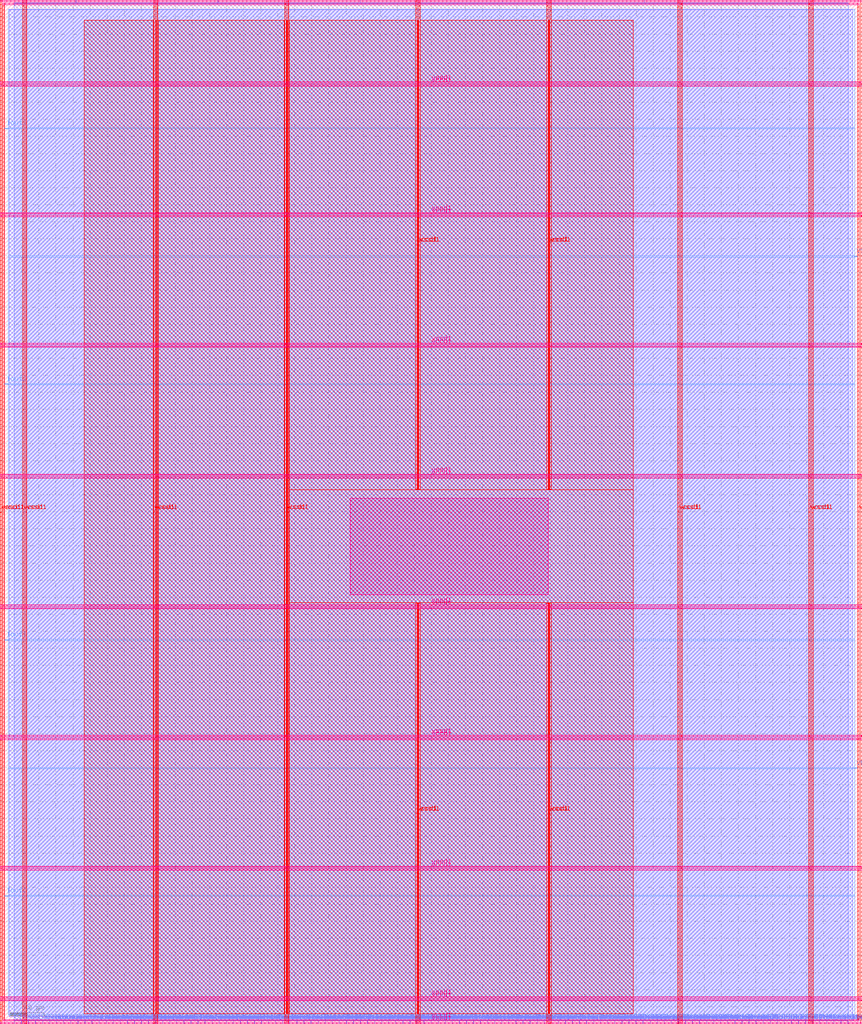
<source format=lef>
VERSION 5.7 ;
  NOWIREEXTENSIONATPIN ON ;
  DIVIDERCHAR "/" ;
  BUSBITCHARS "[]" ;
MACRO SRAM_Wrapper_top
  CLASS BLOCK ;
  FOREIGN SRAM_Wrapper_top ;
  ORIGIN 0.000 0.000 ;
  SIZE 1000.000 BY 1200.000 ;
  PIN EN
    DIRECTION INOUT ;
    USE SIGNAL ;
    PORT
      LAYER met2 ;
        RECT 249.870 1196.000 250.150 1200.000 ;
    END
  END EN
  PIN EN_VCLP
    DIRECTION OUTPUT TRISTATE ;
    USE SIGNAL ;
    PORT
      LAYER met2 ;
        RECT 830.850 0.000 831.130 4.000 ;
    END
  END EN_VCLP
  PIN Iout0
    DIRECTION INOUT ;
    USE SIGNAL ;
    PORT
      LAYER met3 ;
        RECT 0.000 149.640 4.000 150.240 ;
    END
  END Iout0
  PIN Iout1
    DIRECTION INOUT ;
    USE SIGNAL ;
    PORT
      LAYER met3 ;
        RECT 0.000 449.520 4.000 450.120 ;
    END
  END Iout1
  PIN Iout2
    DIRECTION INOUT ;
    USE SIGNAL ;
    PORT
      LAYER met3 ;
        RECT 0.000 749.400 4.000 750.000 ;
    END
  END Iout2
  PIN Iout3
    DIRECTION INOUT ;
    USE SIGNAL ;
    PORT
      LAYER met3 ;
        RECT 0.000 1049.280 4.000 1049.880 ;
    END
  END Iout3
  PIN Iref0
    DIRECTION INOUT ;
    USE SIGNAL ;
    PORT
      LAYER met2 ;
        RECT 416.390 1196.000 416.670 1200.000 ;
    END
  END Iref0
  PIN Iref1
    DIRECTION INOUT ;
    USE SIGNAL ;
    PORT
      LAYER met2 ;
        RECT 582.910 1196.000 583.190 1200.000 ;
    END
  END Iref1
  PIN Iref2
    DIRECTION INOUT ;
    USE SIGNAL ;
    PORT
      LAYER met2 ;
        RECT 749.430 1196.000 749.710 1200.000 ;
    END
  END Iref2
  PIN Iref3
    DIRECTION INOUT ;
    USE SIGNAL ;
    PORT
      LAYER met2 ;
        RECT 915.950 1196.000 916.230 1200.000 ;
    END
  END Iref3
  PIN MAC_starting
    DIRECTION OUTPUT TRISTATE ;
    USE SIGNAL ;
    PORT
      LAYER met2 ;
        RECT 839.130 0.000 839.410 4.000 ;
    END
  END MAC_starting
  PIN OB_demux[0]
    DIRECTION OUTPUT TRISTATE ;
    USE SIGNAL ;
    PORT
      LAYER met2 ;
        RECT 847.410 0.000 847.690 4.000 ;
    END
  END OB_demux[0]
  PIN OB_demux[1]
    DIRECTION OUTPUT TRISTATE ;
    USE SIGNAL ;
    PORT
      LAYER met2 ;
        RECT 855.690 0.000 855.970 4.000 ;
    END
  END OB_demux[1]
  PIN VCLP
    DIRECTION INOUT ;
    USE SIGNAL ;
    PORT
      LAYER met2 ;
        RECT 83.350 1196.000 83.630 1200.000 ;
    END
  END VCLP
  PIN VDD
    DIRECTION INOUT ;
    USE SIGNAL ;
    PORT
      LAYER met3 ;
        RECT 996.000 299.240 1000.000 299.840 ;
    END
  END VDD
  PIN VSS
    DIRECTION INOUT ;
    USE SIGNAL ;
    PORT
      LAYER met3 ;
        RECT 996.000 899.000 1000.000 899.600 ;
    END
  END VSS
  PIN clk
    DIRECTION INPUT ;
    USE SIGNAL ;
    PORT
      LAYER met2 ;
        RECT 11.130 0.000 11.410 4.000 ;
    END
  END clk
  PIN controller_ext_state[0]
    DIRECTION OUTPUT TRISTATE ;
    USE SIGNAL ;
    PORT
      LAYER met2 ;
        RECT 888.810 0.000 889.090 4.000 ;
    END
  END controller_ext_state[0]
  PIN controller_ext_state[1]
    DIRECTION OUTPUT TRISTATE ;
    USE SIGNAL ;
    PORT
      LAYER met2 ;
        RECT 897.090 0.000 897.370 4.000 ;
    END
  END controller_ext_state[1]
  PIN controller_int_state[0]
    DIRECTION OUTPUT TRISTATE ;
    USE SIGNAL ;
    PORT
      LAYER met2 ;
        RECT 905.370 0.000 905.650 4.000 ;
    END
  END controller_int_state[0]
  PIN controller_int_state[1]
    DIRECTION OUTPUT TRISTATE ;
    USE SIGNAL ;
    PORT
      LAYER met2 ;
        RECT 913.650 0.000 913.930 4.000 ;
    END
  END controller_int_state[1]
  PIN controller_int_state[2]
    DIRECTION OUTPUT TRISTATE ;
    USE SIGNAL ;
    PORT
      LAYER met2 ;
        RECT 921.930 0.000 922.210 4.000 ;
    END
  END controller_int_state[2]
  PIN controller_opcode[0]
    DIRECTION OUTPUT TRISTATE ;
    USE SIGNAL ;
    PORT
      LAYER met2 ;
        RECT 863.970 0.000 864.250 4.000 ;
    END
  END controller_opcode[0]
  PIN controller_opcode[1]
    DIRECTION OUTPUT TRISTATE ;
    USE SIGNAL ;
    PORT
      LAYER met2 ;
        RECT 872.250 0.000 872.530 4.000 ;
    END
  END controller_opcode[1]
  PIN controller_opcode[2]
    DIRECTION OUTPUT TRISTATE ;
    USE SIGNAL ;
    PORT
      LAYER met2 ;
        RECT 880.530 0.000 880.810 4.000 ;
    END
  END controller_opcode[2]
  PIN empty_IB
    DIRECTION OUTPUT TRISTATE ;
    USE SIGNAL ;
    PORT
      LAYER met2 ;
        RECT 963.330 0.000 963.610 4.000 ;
    END
  END empty_IB
  PIN empty_OB
    DIRECTION OUTPUT TRISTATE ;
    USE SIGNAL ;
    PORT
      LAYER met2 ;
        RECT 988.170 0.000 988.450 4.000 ;
    END
  END empty_OB
  PIN empty_SA
    DIRECTION OUTPUT TRISTATE ;
    USE SIGNAL ;
    PORT
      LAYER met2 ;
        RECT 979.890 0.000 980.170 4.000 ;
    END
  END empty_SA
  PIN empty_WB
    DIRECTION OUTPUT TRISTATE ;
    USE SIGNAL ;
    PORT
      LAYER met2 ;
        RECT 971.610 0.000 971.890 4.000 ;
    END
  END empty_WB
  PIN full_IB
    DIRECTION OUTPUT TRISTATE ;
    USE SIGNAL ;
    PORT
      LAYER met2 ;
        RECT 930.210 0.000 930.490 4.000 ;
    END
  END full_IB
  PIN full_OB
    DIRECTION OUTPUT TRISTATE ;
    USE SIGNAL ;
    PORT
      LAYER met2 ;
        RECT 955.050 0.000 955.330 4.000 ;
    END
  END full_OB
  PIN full_SA
    DIRECTION OUTPUT TRISTATE ;
    USE SIGNAL ;
    PORT
      LAYER met2 ;
        RECT 946.770 0.000 947.050 4.000 ;
    END
  END full_SA
  PIN full_WB
    DIRECTION OUTPUT TRISTATE ;
    USE SIGNAL ;
    PORT
      LAYER met2 ;
        RECT 938.490 0.000 938.770 4.000 ;
    END
  END full_WB
  PIN reset_n
    DIRECTION INPUT ;
    USE SIGNAL ;
    PORT
      LAYER met2 ;
        RECT 19.410 0.000 19.690 4.000 ;
    END
  END reset_n
  PIN vccd1
    DIRECTION INOUT ;
    USE POWER ;
    PORT
      LAYER met4 ;
        RECT -2.080 3.280 -0.480 1196.240 ;
    END
    PORT
      LAYER met5 ;
        RECT -2.080 3.280 1001.660 4.880 ;
    END
    PORT
      LAYER met5 ;
        RECT -2.080 1194.640 1001.660 1196.240 ;
    END
    PORT
      LAYER met4 ;
        RECT 1000.060 3.280 1001.660 1196.240 ;
    END
    PORT
      LAYER met4 ;
        RECT 21.040 -0.020 22.640 1199.540 ;
    END
    PORT
      LAYER met4 ;
        RECT 174.640 -0.020 176.240 1199.540 ;
    END
    PORT
      LAYER met4 ;
        RECT 328.240 -0.020 329.840 1199.540 ;
    END
    PORT
      LAYER met4 ;
        RECT 481.840 -0.020 483.440 492.780 ;
    END
    PORT
      LAYER met4 ;
        RECT 481.840 626.230 483.440 1199.540 ;
    END
    PORT
      LAYER met4 ;
        RECT 635.440 -0.020 637.040 492.780 ;
    END
    PORT
      LAYER met4 ;
        RECT 635.440 626.230 637.040 1199.540 ;
    END
    PORT
      LAYER met4 ;
        RECT 789.040 -0.020 790.640 1199.540 ;
    END
    PORT
      LAYER met4 ;
        RECT 942.640 -0.020 944.240 1199.540 ;
    END
    PORT
      LAYER met5 ;
        RECT -5.380 26.730 1004.960 28.330 ;
    END
    PORT
      LAYER met5 ;
        RECT -5.380 179.910 1004.960 181.510 ;
    END
    PORT
      LAYER met5 ;
        RECT -5.380 333.090 1004.960 334.690 ;
    END
    PORT
      LAYER met5 ;
        RECT -5.380 486.270 1004.960 487.870 ;
    END
    PORT
      LAYER met5 ;
        RECT -5.380 639.450 1004.960 641.050 ;
    END
    PORT
      LAYER met5 ;
        RECT -5.380 792.630 1004.960 794.230 ;
    END
    PORT
      LAYER met5 ;
        RECT -5.380 945.810 1004.960 947.410 ;
    END
    PORT
      LAYER met5 ;
        RECT -5.380 1098.990 1004.960 1100.590 ;
    END
  END vccd1
  PIN vssd1
    DIRECTION INOUT ;
    USE GROUND ;
    PORT
      LAYER met4 ;
        RECT -5.380 -0.020 -3.780 1199.540 ;
    END
    PORT
      LAYER met5 ;
        RECT -5.380 -0.020 1004.960 1.580 ;
    END
    PORT
      LAYER met5 ;
        RECT -5.380 1197.940 1004.960 1199.540 ;
    END
    PORT
      LAYER met4 ;
        RECT 1003.360 -0.020 1004.960 1199.540 ;
    END
    PORT
      LAYER met4 ;
        RECT 24.340 -0.020 25.940 1199.540 ;
    END
    PORT
      LAYER met4 ;
        RECT 177.940 -0.020 179.540 1199.540 ;
    END
    PORT
      LAYER met4 ;
        RECT 331.540 -0.020 333.140 1199.540 ;
    END
    PORT
      LAYER met4 ;
        RECT 485.140 -0.020 486.740 492.780 ;
    END
    PORT
      LAYER met4 ;
        RECT 485.140 626.230 486.740 1199.540 ;
    END
    PORT
      LAYER met4 ;
        RECT 638.740 -0.020 640.340 492.780 ;
    END
    PORT
      LAYER met4 ;
        RECT 638.740 626.230 640.340 1199.540 ;
    END
    PORT
      LAYER met4 ;
        RECT 792.340 -0.020 793.940 1199.540 ;
    END
    PORT
      LAYER met4 ;
        RECT 945.940 -0.020 947.540 1199.540 ;
    END
    PORT
      LAYER met5 ;
        RECT -5.380 30.030 1004.960 31.630 ;
    END
    PORT
      LAYER met5 ;
        RECT -5.380 183.210 1004.960 184.810 ;
    END
    PORT
      LAYER met5 ;
        RECT -5.380 336.390 1004.960 337.990 ;
    END
    PORT
      LAYER met5 ;
        RECT -5.380 489.570 1004.960 491.170 ;
    END
    PORT
      LAYER met5 ;
        RECT -5.380 642.750 1004.960 644.350 ;
    END
    PORT
      LAYER met5 ;
        RECT -5.380 795.930 1004.960 797.530 ;
    END
    PORT
      LAYER met5 ;
        RECT -5.380 949.110 1004.960 950.710 ;
    END
    PORT
      LAYER met5 ;
        RECT -5.380 1102.290 1004.960 1103.890 ;
    END
  END vssd1
  PIN wbs_we_i
    DIRECTION INPUT ;
    USE SIGNAL ;
    PORT
      LAYER met2 ;
        RECT 27.690 0.000 27.970 4.000 ;
    END
  END wbs_we_i
  PIN wishbone_buffer_data_in[0]
    DIRECTION INPUT ;
    USE SIGNAL ;
    PORT
      LAYER met2 ;
        RECT 44.250 0.000 44.530 4.000 ;
    END
  END wishbone_buffer_data_in[0]
  PIN wishbone_buffer_data_in[10]
    DIRECTION INPUT ;
    USE SIGNAL ;
    PORT
      LAYER met2 ;
        RECT 292.650 0.000 292.930 4.000 ;
    END
  END wishbone_buffer_data_in[10]
  PIN wishbone_buffer_data_in[11]
    DIRECTION INPUT ;
    USE SIGNAL ;
    PORT
      LAYER met2 ;
        RECT 317.490 0.000 317.770 4.000 ;
    END
  END wishbone_buffer_data_in[11]
  PIN wishbone_buffer_data_in[12]
    DIRECTION INPUT ;
    USE SIGNAL ;
    PORT
      LAYER met2 ;
        RECT 342.330 0.000 342.610 4.000 ;
    END
  END wishbone_buffer_data_in[12]
  PIN wishbone_buffer_data_in[13]
    DIRECTION INPUT ;
    USE SIGNAL ;
    PORT
      LAYER met2 ;
        RECT 367.170 0.000 367.450 4.000 ;
    END
  END wishbone_buffer_data_in[13]
  PIN wishbone_buffer_data_in[14]
    DIRECTION INPUT ;
    USE SIGNAL ;
    PORT
      LAYER met2 ;
        RECT 392.010 0.000 392.290 4.000 ;
    END
  END wishbone_buffer_data_in[14]
  PIN wishbone_buffer_data_in[15]
    DIRECTION INPUT ;
    USE SIGNAL ;
    PORT
      LAYER met2 ;
        RECT 416.850 0.000 417.130 4.000 ;
    END
  END wishbone_buffer_data_in[15]
  PIN wishbone_buffer_data_in[16]
    DIRECTION INPUT ;
    USE SIGNAL ;
    PORT
      LAYER met2 ;
        RECT 441.690 0.000 441.970 4.000 ;
    END
  END wishbone_buffer_data_in[16]
  PIN wishbone_buffer_data_in[17]
    DIRECTION INPUT ;
    USE SIGNAL ;
    PORT
      LAYER met2 ;
        RECT 466.530 0.000 466.810 4.000 ;
    END
  END wishbone_buffer_data_in[17]
  PIN wishbone_buffer_data_in[18]
    DIRECTION INPUT ;
    USE SIGNAL ;
    PORT
      LAYER met2 ;
        RECT 491.370 0.000 491.650 4.000 ;
    END
  END wishbone_buffer_data_in[18]
  PIN wishbone_buffer_data_in[19]
    DIRECTION INPUT ;
    USE SIGNAL ;
    PORT
      LAYER met2 ;
        RECT 516.210 0.000 516.490 4.000 ;
    END
  END wishbone_buffer_data_in[19]
  PIN wishbone_buffer_data_in[1]
    DIRECTION INPUT ;
    USE SIGNAL ;
    PORT
      LAYER met2 ;
        RECT 69.090 0.000 69.370 4.000 ;
    END
  END wishbone_buffer_data_in[1]
  PIN wishbone_buffer_data_in[20]
    DIRECTION INPUT ;
    USE SIGNAL ;
    PORT
      LAYER met2 ;
        RECT 541.050 0.000 541.330 4.000 ;
    END
  END wishbone_buffer_data_in[20]
  PIN wishbone_buffer_data_in[21]
    DIRECTION INPUT ;
    USE SIGNAL ;
    PORT
      LAYER met2 ;
        RECT 565.890 0.000 566.170 4.000 ;
    END
  END wishbone_buffer_data_in[21]
  PIN wishbone_buffer_data_in[22]
    DIRECTION INPUT ;
    USE SIGNAL ;
    PORT
      LAYER met2 ;
        RECT 590.730 0.000 591.010 4.000 ;
    END
  END wishbone_buffer_data_in[22]
  PIN wishbone_buffer_data_in[23]
    DIRECTION INPUT ;
    USE SIGNAL ;
    PORT
      LAYER met2 ;
        RECT 615.570 0.000 615.850 4.000 ;
    END
  END wishbone_buffer_data_in[23]
  PIN wishbone_buffer_data_in[24]
    DIRECTION INPUT ;
    USE SIGNAL ;
    PORT
      LAYER met2 ;
        RECT 640.410 0.000 640.690 4.000 ;
    END
  END wishbone_buffer_data_in[24]
  PIN wishbone_buffer_data_in[25]
    DIRECTION INPUT ;
    USE SIGNAL ;
    PORT
      LAYER met2 ;
        RECT 665.250 0.000 665.530 4.000 ;
    END
  END wishbone_buffer_data_in[25]
  PIN wishbone_buffer_data_in[26]
    DIRECTION INPUT ;
    USE SIGNAL ;
    PORT
      LAYER met2 ;
        RECT 690.090 0.000 690.370 4.000 ;
    END
  END wishbone_buffer_data_in[26]
  PIN wishbone_buffer_data_in[27]
    DIRECTION INPUT ;
    USE SIGNAL ;
    PORT
      LAYER met2 ;
        RECT 714.930 0.000 715.210 4.000 ;
    END
  END wishbone_buffer_data_in[27]
  PIN wishbone_buffer_data_in[28]
    DIRECTION INPUT ;
    USE SIGNAL ;
    PORT
      LAYER met2 ;
        RECT 739.770 0.000 740.050 4.000 ;
    END
  END wishbone_buffer_data_in[28]
  PIN wishbone_buffer_data_in[29]
    DIRECTION INPUT ;
    USE SIGNAL ;
    PORT
      LAYER met2 ;
        RECT 764.610 0.000 764.890 4.000 ;
    END
  END wishbone_buffer_data_in[29]
  PIN wishbone_buffer_data_in[2]
    DIRECTION INPUT ;
    USE SIGNAL ;
    PORT
      LAYER met2 ;
        RECT 93.930 0.000 94.210 4.000 ;
    END
  END wishbone_buffer_data_in[2]
  PIN wishbone_buffer_data_in[30]
    DIRECTION INPUT ;
    USE SIGNAL ;
    PORT
      LAYER met2 ;
        RECT 789.450 0.000 789.730 4.000 ;
    END
  END wishbone_buffer_data_in[30]
  PIN wishbone_buffer_data_in[31]
    DIRECTION INPUT ;
    USE SIGNAL ;
    PORT
      LAYER met2 ;
        RECT 814.290 0.000 814.570 4.000 ;
    END
  END wishbone_buffer_data_in[31]
  PIN wishbone_buffer_data_in[3]
    DIRECTION INPUT ;
    USE SIGNAL ;
    PORT
      LAYER met2 ;
        RECT 118.770 0.000 119.050 4.000 ;
    END
  END wishbone_buffer_data_in[3]
  PIN wishbone_buffer_data_in[4]
    DIRECTION INPUT ;
    USE SIGNAL ;
    PORT
      LAYER met2 ;
        RECT 143.610 0.000 143.890 4.000 ;
    END
  END wishbone_buffer_data_in[4]
  PIN wishbone_buffer_data_in[5]
    DIRECTION INPUT ;
    USE SIGNAL ;
    PORT
      LAYER met2 ;
        RECT 168.450 0.000 168.730 4.000 ;
    END
  END wishbone_buffer_data_in[5]
  PIN wishbone_buffer_data_in[6]
    DIRECTION INPUT ;
    USE SIGNAL ;
    PORT
      LAYER met2 ;
        RECT 193.290 0.000 193.570 4.000 ;
    END
  END wishbone_buffer_data_in[6]
  PIN wishbone_buffer_data_in[7]
    DIRECTION INPUT ;
    USE SIGNAL ;
    PORT
      LAYER met2 ;
        RECT 218.130 0.000 218.410 4.000 ;
    END
  END wishbone_buffer_data_in[7]
  PIN wishbone_buffer_data_in[8]
    DIRECTION INPUT ;
    USE SIGNAL ;
    PORT
      LAYER met2 ;
        RECT 242.970 0.000 243.250 4.000 ;
    END
  END wishbone_buffer_data_in[8]
  PIN wishbone_buffer_data_in[9]
    DIRECTION INPUT ;
    USE SIGNAL ;
    PORT
      LAYER met2 ;
        RECT 267.810 0.000 268.090 4.000 ;
    END
  END wishbone_buffer_data_in[9]
  PIN wishbone_databus_out[0]
    DIRECTION OUTPUT TRISTATE ;
    USE SIGNAL ;
    PORT
      LAYER met2 ;
        RECT 52.530 0.000 52.810 4.000 ;
    END
  END wishbone_databus_out[0]
  PIN wishbone_databus_out[10]
    DIRECTION OUTPUT TRISTATE ;
    USE SIGNAL ;
    PORT
      LAYER met2 ;
        RECT 300.930 0.000 301.210 4.000 ;
    END
  END wishbone_databus_out[10]
  PIN wishbone_databus_out[11]
    DIRECTION OUTPUT TRISTATE ;
    USE SIGNAL ;
    PORT
      LAYER met2 ;
        RECT 325.770 0.000 326.050 4.000 ;
    END
  END wishbone_databus_out[11]
  PIN wishbone_databus_out[12]
    DIRECTION OUTPUT TRISTATE ;
    USE SIGNAL ;
    PORT
      LAYER met2 ;
        RECT 350.610 0.000 350.890 4.000 ;
    END
  END wishbone_databus_out[12]
  PIN wishbone_databus_out[13]
    DIRECTION OUTPUT TRISTATE ;
    USE SIGNAL ;
    PORT
      LAYER met2 ;
        RECT 375.450 0.000 375.730 4.000 ;
    END
  END wishbone_databus_out[13]
  PIN wishbone_databus_out[14]
    DIRECTION OUTPUT TRISTATE ;
    USE SIGNAL ;
    PORT
      LAYER met2 ;
        RECT 400.290 0.000 400.570 4.000 ;
    END
  END wishbone_databus_out[14]
  PIN wishbone_databus_out[15]
    DIRECTION OUTPUT TRISTATE ;
    USE SIGNAL ;
    PORT
      LAYER met2 ;
        RECT 425.130 0.000 425.410 4.000 ;
    END
  END wishbone_databus_out[15]
  PIN wishbone_databus_out[16]
    DIRECTION OUTPUT TRISTATE ;
    USE SIGNAL ;
    PORT
      LAYER met2 ;
        RECT 449.970 0.000 450.250 4.000 ;
    END
  END wishbone_databus_out[16]
  PIN wishbone_databus_out[17]
    DIRECTION OUTPUT TRISTATE ;
    USE SIGNAL ;
    PORT
      LAYER met2 ;
        RECT 474.810 0.000 475.090 4.000 ;
    END
  END wishbone_databus_out[17]
  PIN wishbone_databus_out[18]
    DIRECTION OUTPUT TRISTATE ;
    USE SIGNAL ;
    PORT
      LAYER met2 ;
        RECT 499.650 0.000 499.930 4.000 ;
    END
  END wishbone_databus_out[18]
  PIN wishbone_databus_out[19]
    DIRECTION OUTPUT TRISTATE ;
    USE SIGNAL ;
    PORT
      LAYER met2 ;
        RECT 524.490 0.000 524.770 4.000 ;
    END
  END wishbone_databus_out[19]
  PIN wishbone_databus_out[1]
    DIRECTION OUTPUT TRISTATE ;
    USE SIGNAL ;
    PORT
      LAYER met2 ;
        RECT 77.370 0.000 77.650 4.000 ;
    END
  END wishbone_databus_out[1]
  PIN wishbone_databus_out[20]
    DIRECTION OUTPUT TRISTATE ;
    USE SIGNAL ;
    PORT
      LAYER met2 ;
        RECT 549.330 0.000 549.610 4.000 ;
    END
  END wishbone_databus_out[20]
  PIN wishbone_databus_out[21]
    DIRECTION OUTPUT TRISTATE ;
    USE SIGNAL ;
    PORT
      LAYER met2 ;
        RECT 574.170 0.000 574.450 4.000 ;
    END
  END wishbone_databus_out[21]
  PIN wishbone_databus_out[22]
    DIRECTION OUTPUT TRISTATE ;
    USE SIGNAL ;
    PORT
      LAYER met2 ;
        RECT 599.010 0.000 599.290 4.000 ;
    END
  END wishbone_databus_out[22]
  PIN wishbone_databus_out[23]
    DIRECTION OUTPUT TRISTATE ;
    USE SIGNAL ;
    PORT
      LAYER met2 ;
        RECT 623.850 0.000 624.130 4.000 ;
    END
  END wishbone_databus_out[23]
  PIN wishbone_databus_out[24]
    DIRECTION OUTPUT TRISTATE ;
    USE SIGNAL ;
    PORT
      LAYER met2 ;
        RECT 648.690 0.000 648.970 4.000 ;
    END
  END wishbone_databus_out[24]
  PIN wishbone_databus_out[25]
    DIRECTION OUTPUT TRISTATE ;
    USE SIGNAL ;
    PORT
      LAYER met2 ;
        RECT 673.530 0.000 673.810 4.000 ;
    END
  END wishbone_databus_out[25]
  PIN wishbone_databus_out[26]
    DIRECTION OUTPUT TRISTATE ;
    USE SIGNAL ;
    PORT
      LAYER met2 ;
        RECT 698.370 0.000 698.650 4.000 ;
    END
  END wishbone_databus_out[26]
  PIN wishbone_databus_out[27]
    DIRECTION OUTPUT TRISTATE ;
    USE SIGNAL ;
    PORT
      LAYER met2 ;
        RECT 723.210 0.000 723.490 4.000 ;
    END
  END wishbone_databus_out[27]
  PIN wishbone_databus_out[28]
    DIRECTION OUTPUT TRISTATE ;
    USE SIGNAL ;
    PORT
      LAYER met2 ;
        RECT 748.050 0.000 748.330 4.000 ;
    END
  END wishbone_databus_out[28]
  PIN wishbone_databus_out[29]
    DIRECTION OUTPUT TRISTATE ;
    USE SIGNAL ;
    PORT
      LAYER met2 ;
        RECT 772.890 0.000 773.170 4.000 ;
    END
  END wishbone_databus_out[29]
  PIN wishbone_databus_out[2]
    DIRECTION OUTPUT TRISTATE ;
    USE SIGNAL ;
    PORT
      LAYER met2 ;
        RECT 102.210 0.000 102.490 4.000 ;
    END
  END wishbone_databus_out[2]
  PIN wishbone_databus_out[30]
    DIRECTION OUTPUT TRISTATE ;
    USE SIGNAL ;
    PORT
      LAYER met2 ;
        RECT 797.730 0.000 798.010 4.000 ;
    END
  END wishbone_databus_out[30]
  PIN wishbone_databus_out[31]
    DIRECTION OUTPUT TRISTATE ;
    USE SIGNAL ;
    PORT
      LAYER met2 ;
        RECT 822.570 0.000 822.850 4.000 ;
    END
  END wishbone_databus_out[31]
  PIN wishbone_databus_out[3]
    DIRECTION OUTPUT TRISTATE ;
    USE SIGNAL ;
    PORT
      LAYER met2 ;
        RECT 127.050 0.000 127.330 4.000 ;
    END
  END wishbone_databus_out[3]
  PIN wishbone_databus_out[4]
    DIRECTION OUTPUT TRISTATE ;
    USE SIGNAL ;
    PORT
      LAYER met2 ;
        RECT 151.890 0.000 152.170 4.000 ;
    END
  END wishbone_databus_out[4]
  PIN wishbone_databus_out[5]
    DIRECTION OUTPUT TRISTATE ;
    USE SIGNAL ;
    PORT
      LAYER met2 ;
        RECT 176.730 0.000 177.010 4.000 ;
    END
  END wishbone_databus_out[5]
  PIN wishbone_databus_out[6]
    DIRECTION OUTPUT TRISTATE ;
    USE SIGNAL ;
    PORT
      LAYER met2 ;
        RECT 201.570 0.000 201.850 4.000 ;
    END
  END wishbone_databus_out[6]
  PIN wishbone_databus_out[7]
    DIRECTION OUTPUT TRISTATE ;
    USE SIGNAL ;
    PORT
      LAYER met2 ;
        RECT 226.410 0.000 226.690 4.000 ;
    END
  END wishbone_databus_out[7]
  PIN wishbone_databus_out[8]
    DIRECTION OUTPUT TRISTATE ;
    USE SIGNAL ;
    PORT
      LAYER met2 ;
        RECT 251.250 0.000 251.530 4.000 ;
    END
  END wishbone_databus_out[8]
  PIN wishbone_databus_out[9]
    DIRECTION OUTPUT TRISTATE ;
    USE SIGNAL ;
    PORT
      LAYER met2 ;
        RECT 276.090 0.000 276.370 4.000 ;
    END
  END wishbone_databus_out[9]
  PIN wishbone_rw_addr[0]
    DIRECTION INPUT ;
    USE SIGNAL ;
    PORT
      LAYER met2 ;
        RECT 35.970 0.000 36.250 4.000 ;
    END
  END wishbone_rw_addr[0]
  PIN wishbone_rw_addr[10]
    DIRECTION INPUT ;
    USE SIGNAL ;
    PORT
      LAYER met2 ;
        RECT 284.370 0.000 284.650 4.000 ;
    END
  END wishbone_rw_addr[10]
  PIN wishbone_rw_addr[11]
    DIRECTION INPUT ;
    USE SIGNAL ;
    PORT
      LAYER met2 ;
        RECT 309.210 0.000 309.490 4.000 ;
    END
  END wishbone_rw_addr[11]
  PIN wishbone_rw_addr[12]
    DIRECTION INPUT ;
    USE SIGNAL ;
    PORT
      LAYER met2 ;
        RECT 334.050 0.000 334.330 4.000 ;
    END
  END wishbone_rw_addr[12]
  PIN wishbone_rw_addr[13]
    DIRECTION INPUT ;
    USE SIGNAL ;
    PORT
      LAYER met2 ;
        RECT 358.890 0.000 359.170 4.000 ;
    END
  END wishbone_rw_addr[13]
  PIN wishbone_rw_addr[14]
    DIRECTION INPUT ;
    USE SIGNAL ;
    PORT
      LAYER met2 ;
        RECT 383.730 0.000 384.010 4.000 ;
    END
  END wishbone_rw_addr[14]
  PIN wishbone_rw_addr[15]
    DIRECTION INPUT ;
    USE SIGNAL ;
    PORT
      LAYER met2 ;
        RECT 408.570 0.000 408.850 4.000 ;
    END
  END wishbone_rw_addr[15]
  PIN wishbone_rw_addr[16]
    DIRECTION INPUT ;
    USE SIGNAL ;
    PORT
      LAYER met2 ;
        RECT 433.410 0.000 433.690 4.000 ;
    END
  END wishbone_rw_addr[16]
  PIN wishbone_rw_addr[17]
    DIRECTION INPUT ;
    USE SIGNAL ;
    PORT
      LAYER met2 ;
        RECT 458.250 0.000 458.530 4.000 ;
    END
  END wishbone_rw_addr[17]
  PIN wishbone_rw_addr[18]
    DIRECTION INPUT ;
    USE SIGNAL ;
    PORT
      LAYER met2 ;
        RECT 483.090 0.000 483.370 4.000 ;
    END
  END wishbone_rw_addr[18]
  PIN wishbone_rw_addr[19]
    DIRECTION INPUT ;
    USE SIGNAL ;
    PORT
      LAYER met2 ;
        RECT 507.930 0.000 508.210 4.000 ;
    END
  END wishbone_rw_addr[19]
  PIN wishbone_rw_addr[1]
    DIRECTION INPUT ;
    USE SIGNAL ;
    PORT
      LAYER met2 ;
        RECT 60.810 0.000 61.090 4.000 ;
    END
  END wishbone_rw_addr[1]
  PIN wishbone_rw_addr[20]
    DIRECTION INPUT ;
    USE SIGNAL ;
    PORT
      LAYER met2 ;
        RECT 532.770 0.000 533.050 4.000 ;
    END
  END wishbone_rw_addr[20]
  PIN wishbone_rw_addr[21]
    DIRECTION INPUT ;
    USE SIGNAL ;
    PORT
      LAYER met2 ;
        RECT 557.610 0.000 557.890 4.000 ;
    END
  END wishbone_rw_addr[21]
  PIN wishbone_rw_addr[22]
    DIRECTION INPUT ;
    USE SIGNAL ;
    PORT
      LAYER met2 ;
        RECT 582.450 0.000 582.730 4.000 ;
    END
  END wishbone_rw_addr[22]
  PIN wishbone_rw_addr[23]
    DIRECTION INPUT ;
    USE SIGNAL ;
    PORT
      LAYER met2 ;
        RECT 607.290 0.000 607.570 4.000 ;
    END
  END wishbone_rw_addr[23]
  PIN wishbone_rw_addr[24]
    DIRECTION INPUT ;
    USE SIGNAL ;
    PORT
      LAYER met2 ;
        RECT 632.130 0.000 632.410 4.000 ;
    END
  END wishbone_rw_addr[24]
  PIN wishbone_rw_addr[25]
    DIRECTION INPUT ;
    USE SIGNAL ;
    PORT
      LAYER met2 ;
        RECT 656.970 0.000 657.250 4.000 ;
    END
  END wishbone_rw_addr[25]
  PIN wishbone_rw_addr[26]
    DIRECTION INPUT ;
    USE SIGNAL ;
    PORT
      LAYER met2 ;
        RECT 681.810 0.000 682.090 4.000 ;
    END
  END wishbone_rw_addr[26]
  PIN wishbone_rw_addr[27]
    DIRECTION INPUT ;
    USE SIGNAL ;
    PORT
      LAYER met2 ;
        RECT 706.650 0.000 706.930 4.000 ;
    END
  END wishbone_rw_addr[27]
  PIN wishbone_rw_addr[28]
    DIRECTION INPUT ;
    USE SIGNAL ;
    PORT
      LAYER met2 ;
        RECT 731.490 0.000 731.770 4.000 ;
    END
  END wishbone_rw_addr[28]
  PIN wishbone_rw_addr[29]
    DIRECTION INPUT ;
    USE SIGNAL ;
    PORT
      LAYER met2 ;
        RECT 756.330 0.000 756.610 4.000 ;
    END
  END wishbone_rw_addr[29]
  PIN wishbone_rw_addr[2]
    DIRECTION INPUT ;
    USE SIGNAL ;
    PORT
      LAYER met2 ;
        RECT 85.650 0.000 85.930 4.000 ;
    END
  END wishbone_rw_addr[2]
  PIN wishbone_rw_addr[30]
    DIRECTION INPUT ;
    USE SIGNAL ;
    PORT
      LAYER met2 ;
        RECT 781.170 0.000 781.450 4.000 ;
    END
  END wishbone_rw_addr[30]
  PIN wishbone_rw_addr[31]
    DIRECTION INPUT ;
    USE SIGNAL ;
    PORT
      LAYER met2 ;
        RECT 806.010 0.000 806.290 4.000 ;
    END
  END wishbone_rw_addr[31]
  PIN wishbone_rw_addr[3]
    DIRECTION INPUT ;
    USE SIGNAL ;
    PORT
      LAYER met2 ;
        RECT 110.490 0.000 110.770 4.000 ;
    END
  END wishbone_rw_addr[3]
  PIN wishbone_rw_addr[4]
    DIRECTION INPUT ;
    USE SIGNAL ;
    PORT
      LAYER met2 ;
        RECT 135.330 0.000 135.610 4.000 ;
    END
  END wishbone_rw_addr[4]
  PIN wishbone_rw_addr[5]
    DIRECTION INPUT ;
    USE SIGNAL ;
    PORT
      LAYER met2 ;
        RECT 160.170 0.000 160.450 4.000 ;
    END
  END wishbone_rw_addr[5]
  PIN wishbone_rw_addr[6]
    DIRECTION INPUT ;
    USE SIGNAL ;
    PORT
      LAYER met2 ;
        RECT 185.010 0.000 185.290 4.000 ;
    END
  END wishbone_rw_addr[6]
  PIN wishbone_rw_addr[7]
    DIRECTION INPUT ;
    USE SIGNAL ;
    PORT
      LAYER met2 ;
        RECT 209.850 0.000 210.130 4.000 ;
    END
  END wishbone_rw_addr[7]
  PIN wishbone_rw_addr[8]
    DIRECTION INPUT ;
    USE SIGNAL ;
    PORT
      LAYER met2 ;
        RECT 234.690 0.000 234.970 4.000 ;
    END
  END wishbone_rw_addr[8]
  PIN wishbone_rw_addr[9]
    DIRECTION INPUT ;
    USE SIGNAL ;
    PORT
      LAYER met2 ;
        RECT 259.530 0.000 259.810 4.000 ;
    END
  END wishbone_rw_addr[9]
  OBS
      LAYER li1 ;
        RECT 5.520 10.795 994.060 1188.725 ;
      LAYER met1 ;
        RECT 5.520 8.200 994.060 1188.880 ;
      LAYER met2 ;
        RECT 11.140 1195.720 83.070 1196.530 ;
        RECT 83.910 1195.720 249.590 1196.530 ;
        RECT 250.430 1195.720 416.110 1196.530 ;
        RECT 416.950 1195.720 582.630 1196.530 ;
        RECT 583.470 1195.720 749.150 1196.530 ;
        RECT 749.990 1195.720 915.670 1196.530 ;
        RECT 916.510 1195.720 988.440 1196.530 ;
        RECT 11.140 4.280 988.440 1195.720 ;
        RECT 11.690 4.000 19.130 4.280 ;
        RECT 19.970 4.000 27.410 4.280 ;
        RECT 28.250 4.000 35.690 4.280 ;
        RECT 36.530 4.000 43.970 4.280 ;
        RECT 44.810 4.000 52.250 4.280 ;
        RECT 53.090 4.000 60.530 4.280 ;
        RECT 61.370 4.000 68.810 4.280 ;
        RECT 69.650 4.000 77.090 4.280 ;
        RECT 77.930 4.000 85.370 4.280 ;
        RECT 86.210 4.000 93.650 4.280 ;
        RECT 94.490 4.000 101.930 4.280 ;
        RECT 102.770 4.000 110.210 4.280 ;
        RECT 111.050 4.000 118.490 4.280 ;
        RECT 119.330 4.000 126.770 4.280 ;
        RECT 127.610 4.000 135.050 4.280 ;
        RECT 135.890 4.000 143.330 4.280 ;
        RECT 144.170 4.000 151.610 4.280 ;
        RECT 152.450 4.000 159.890 4.280 ;
        RECT 160.730 4.000 168.170 4.280 ;
        RECT 169.010 4.000 176.450 4.280 ;
        RECT 177.290 4.000 184.730 4.280 ;
        RECT 185.570 4.000 193.010 4.280 ;
        RECT 193.850 4.000 201.290 4.280 ;
        RECT 202.130 4.000 209.570 4.280 ;
        RECT 210.410 4.000 217.850 4.280 ;
        RECT 218.690 4.000 226.130 4.280 ;
        RECT 226.970 4.000 234.410 4.280 ;
        RECT 235.250 4.000 242.690 4.280 ;
        RECT 243.530 4.000 250.970 4.280 ;
        RECT 251.810 4.000 259.250 4.280 ;
        RECT 260.090 4.000 267.530 4.280 ;
        RECT 268.370 4.000 275.810 4.280 ;
        RECT 276.650 4.000 284.090 4.280 ;
        RECT 284.930 4.000 292.370 4.280 ;
        RECT 293.210 4.000 300.650 4.280 ;
        RECT 301.490 4.000 308.930 4.280 ;
        RECT 309.770 4.000 317.210 4.280 ;
        RECT 318.050 4.000 325.490 4.280 ;
        RECT 326.330 4.000 333.770 4.280 ;
        RECT 334.610 4.000 342.050 4.280 ;
        RECT 342.890 4.000 350.330 4.280 ;
        RECT 351.170 4.000 358.610 4.280 ;
        RECT 359.450 4.000 366.890 4.280 ;
        RECT 367.730 4.000 375.170 4.280 ;
        RECT 376.010 4.000 383.450 4.280 ;
        RECT 384.290 4.000 391.730 4.280 ;
        RECT 392.570 4.000 400.010 4.280 ;
        RECT 400.850 4.000 408.290 4.280 ;
        RECT 409.130 4.000 416.570 4.280 ;
        RECT 417.410 4.000 424.850 4.280 ;
        RECT 425.690 4.000 433.130 4.280 ;
        RECT 433.970 4.000 441.410 4.280 ;
        RECT 442.250 4.000 449.690 4.280 ;
        RECT 450.530 4.000 457.970 4.280 ;
        RECT 458.810 4.000 466.250 4.280 ;
        RECT 467.090 4.000 474.530 4.280 ;
        RECT 475.370 4.000 482.810 4.280 ;
        RECT 483.650 4.000 491.090 4.280 ;
        RECT 491.930 4.000 499.370 4.280 ;
        RECT 500.210 4.000 507.650 4.280 ;
        RECT 508.490 4.000 515.930 4.280 ;
        RECT 516.770 4.000 524.210 4.280 ;
        RECT 525.050 4.000 532.490 4.280 ;
        RECT 533.330 4.000 540.770 4.280 ;
        RECT 541.610 4.000 549.050 4.280 ;
        RECT 549.890 4.000 557.330 4.280 ;
        RECT 558.170 4.000 565.610 4.280 ;
        RECT 566.450 4.000 573.890 4.280 ;
        RECT 574.730 4.000 582.170 4.280 ;
        RECT 583.010 4.000 590.450 4.280 ;
        RECT 591.290 4.000 598.730 4.280 ;
        RECT 599.570 4.000 607.010 4.280 ;
        RECT 607.850 4.000 615.290 4.280 ;
        RECT 616.130 4.000 623.570 4.280 ;
        RECT 624.410 4.000 631.850 4.280 ;
        RECT 632.690 4.000 640.130 4.280 ;
        RECT 640.970 4.000 648.410 4.280 ;
        RECT 649.250 4.000 656.690 4.280 ;
        RECT 657.530 4.000 664.970 4.280 ;
        RECT 665.810 4.000 673.250 4.280 ;
        RECT 674.090 4.000 681.530 4.280 ;
        RECT 682.370 4.000 689.810 4.280 ;
        RECT 690.650 4.000 698.090 4.280 ;
        RECT 698.930 4.000 706.370 4.280 ;
        RECT 707.210 4.000 714.650 4.280 ;
        RECT 715.490 4.000 722.930 4.280 ;
        RECT 723.770 4.000 731.210 4.280 ;
        RECT 732.050 4.000 739.490 4.280 ;
        RECT 740.330 4.000 747.770 4.280 ;
        RECT 748.610 4.000 756.050 4.280 ;
        RECT 756.890 4.000 764.330 4.280 ;
        RECT 765.170 4.000 772.610 4.280 ;
        RECT 773.450 4.000 780.890 4.280 ;
        RECT 781.730 4.000 789.170 4.280 ;
        RECT 790.010 4.000 797.450 4.280 ;
        RECT 798.290 4.000 805.730 4.280 ;
        RECT 806.570 4.000 814.010 4.280 ;
        RECT 814.850 4.000 822.290 4.280 ;
        RECT 823.130 4.000 830.570 4.280 ;
        RECT 831.410 4.000 838.850 4.280 ;
        RECT 839.690 4.000 847.130 4.280 ;
        RECT 847.970 4.000 855.410 4.280 ;
        RECT 856.250 4.000 863.690 4.280 ;
        RECT 864.530 4.000 871.970 4.280 ;
        RECT 872.810 4.000 880.250 4.280 ;
        RECT 881.090 4.000 888.530 4.280 ;
        RECT 889.370 4.000 896.810 4.280 ;
        RECT 897.650 4.000 905.090 4.280 ;
        RECT 905.930 4.000 913.370 4.280 ;
        RECT 914.210 4.000 921.650 4.280 ;
        RECT 922.490 4.000 929.930 4.280 ;
        RECT 930.770 4.000 938.210 4.280 ;
        RECT 939.050 4.000 946.490 4.280 ;
        RECT 947.330 4.000 954.770 4.280 ;
        RECT 955.610 4.000 963.050 4.280 ;
        RECT 963.890 4.000 971.330 4.280 ;
        RECT 972.170 4.000 979.610 4.280 ;
        RECT 980.450 4.000 987.890 4.280 ;
      LAYER met3 ;
        RECT 4.000 1050.280 996.000 1188.805 ;
        RECT 4.400 1048.880 996.000 1050.280 ;
        RECT 4.000 900.000 996.000 1048.880 ;
        RECT 4.000 898.600 995.600 900.000 ;
        RECT 4.000 750.400 996.000 898.600 ;
        RECT 4.400 749.000 996.000 750.400 ;
        RECT 4.000 450.520 996.000 749.000 ;
        RECT 4.400 449.120 996.000 450.520 ;
        RECT 4.000 300.240 996.000 449.120 ;
        RECT 4.000 298.840 995.600 300.240 ;
        RECT 4.000 150.640 996.000 298.840 ;
        RECT 4.400 149.240 996.000 150.640 ;
        RECT 4.000 10.715 996.000 149.240 ;
      LAYER met4 ;
        RECT 93.215 11.735 174.240 1176.225 ;
        RECT 176.640 11.735 177.540 1176.225 ;
        RECT 179.940 11.735 327.840 1176.225 ;
        RECT 330.240 11.735 331.140 1176.225 ;
        RECT 333.540 625.830 481.440 1176.225 ;
        RECT 483.840 625.830 484.740 1176.225 ;
        RECT 487.140 625.830 635.040 1176.225 ;
        RECT 637.440 625.830 638.340 1176.225 ;
        RECT 640.740 625.830 736.625 1176.225 ;
        RECT 333.540 493.180 736.625 625.830 ;
        RECT 333.540 11.735 481.440 493.180 ;
        RECT 483.840 11.735 484.740 493.180 ;
        RECT 487.140 11.735 635.040 493.180 ;
        RECT 637.440 11.735 638.340 493.180 ;
        RECT 640.740 11.735 736.625 493.180 ;
      LAYER met5 ;
        RECT 404.930 503.080 637.110 615.930 ;
  END
END SRAM_Wrapper_top
END LIBRARY


</source>
